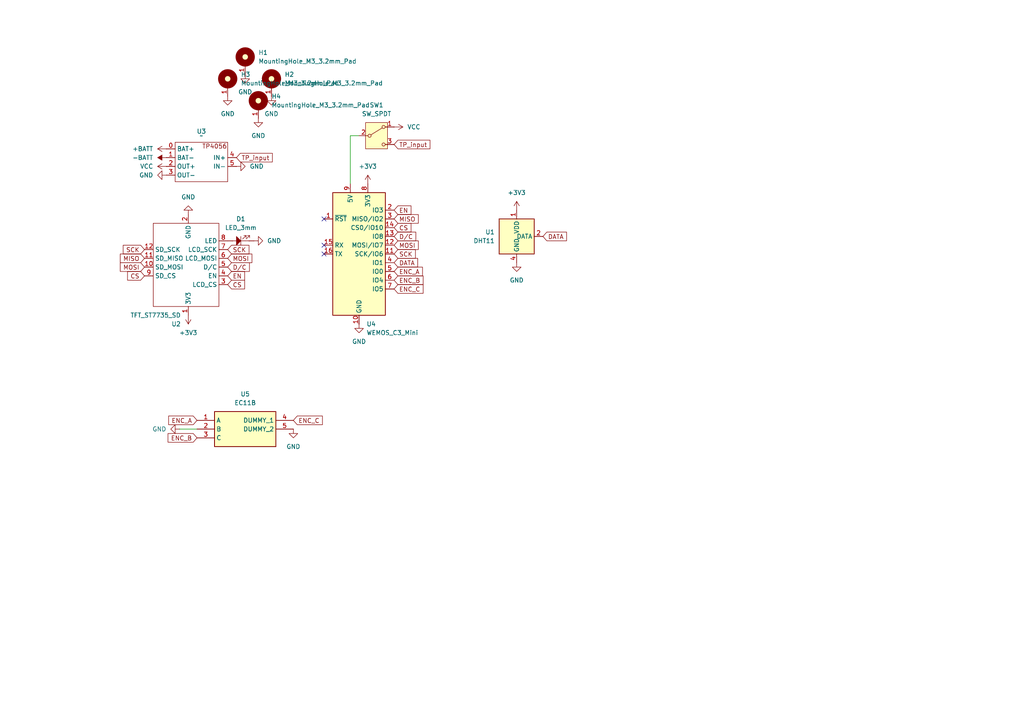
<source format=kicad_sch>
(kicad_sch (version 20241209) (generator "eeschema") (generator_version "8.99")
  (paper "A4")
  (lib_symbols
    (symbol "PCM_SL_Devices:LED_3mm"
      (property "Reference" "D" (at -0.508 5.334 0))
      (property "Value" "LED_3mm" (at -0.508 2.794 0))
      (symbol "LED_3mm_0_1"
        (polyline (pts (xy -1.27 0) (xy -2.54 0)))
        (polyline (pts (xy 0 1.27) (xy 0 -1.27)))
        (polyline (pts (xy 0 0) (xy -1.27 -1.27) (xy -1.27 1.27) (xy 0 0) (xy 1.27 0)) (fill (type outline)))
        (polyline (pts (xy 0.508 0.508) (xy 1.524 1.524)))
        (polyline (pts (xy 1.27 0) (xy 2.54 0)))
        (polyline (pts (xy 1.524 1.524) (xy 0.889 1.524)))
        (polyline (pts (xy 1.524 1.524) (xy 1.524 0.889)))
        (polyline (pts (xy 1.524 0.508) (xy 2.54 1.524)))
        (polyline (pts (xy 2.54 1.524) (xy 1.905 1.524)))
        (polyline (pts (xy 2.54 1.524) (xy 2.54 0.889)))
      )
      (symbol "LED_3mm_1_1"
        (pin passive line (at -3.81 0 0) (length 1.5) (name "") (number "2"))
        (pin passive line (at 3.81 0 180) (length 1.5) (name "~") (number "1"))
      )
    )
    (symbol "PCM_SL_Mechanical:MountingHole_M3_3.2mm_Pad"
      (property "Reference" "H" (at 0 7.62 0))
      (property "Value" "MountingHole_M3_3.2mm_Pad" (at 0 5.08 0))
      (symbol "MountingHole_M3_3.2mm_Pad_0_1"
        (circle (center 0 0) (radius 1.27) (fill (type background)))
        (circle (center 0 0) (radius 1.7961) (stroke (width 2)))
      )
      (symbol "MountingHole_M3_3.2mm_Pad_1_1"
        (pin passive line (at 0 -5.08 90) (length 2.54) (name "") (number "1"))
      )
    )
    (symbol "Sensor:DHT11"
      (property "Reference" "U" (at -3.81 6.35 0))
      (property "Value" "DHT11" (at 3.81 6.35 0))
      (symbol "DHT11_0_1"
        (rectangle (start -5.08 5.08) (end 5.08 -5.08) (stroke (width 0.254)) (fill (type background)))
      )
      (symbol "DHT11_1_1"
        (pin no_connect line (at -5.08 0 0) (length 2.54) (hide yes) (name "NC") (number "3"))
        (pin power_in line (at 0 7.62 270) (length 2.54) (name "VDD") (number "1"))
        (pin power_in line (at 0 -7.62 90) (length 2.54) (name "GND") (number "4"))
        (pin bidirectional line (at 7.62 0 180) (length 2.54) (name "DATA") (number "2"))
      )
    )
    (symbol "Switch:SW_SPDT" (pin_names (offset 0) (hide yes))
      (property "Reference" "SW" (at 0 5.08 0))
      (property "Value" "SW_SPDT" (at 0 -5.08 0))
      (symbol "SW_SPDT_0_1"
        (circle (center -2.032 0) (radius 0.4572))
        (polyline (pts (xy -1.651 0.254) (xy 1.651 2.286)))
        (circle (center 2.032 2.54) (radius 0.4572))
        (circle (center 2.032 -2.54) (radius 0.4572))
      )
      (symbol "SW_SPDT_1_1"
        (rectangle (start -3.175 3.81) (end 3.175 -3.81) (fill (type background)))
        (pin passive line (at -5.08 0 0) (length 2.54) (name "B") (number "2"))
        (pin passive line (at 5.08 2.54 180) (length 2.54) (name "A") (number "1"))
        (pin passive line (at 5.08 -2.54 180) (length 2.54) (name "C") (number "3"))
      )
    )
    (symbol "asylum:TFT_ST7735_SD"
      (property "Reference" "U" (at 6.858 -15.748 0))
      (property "Value" "TFT_ST7735_SD" (at 13.462 -18.288 0))
      (symbol "TFT_ST7735_SD_0_1"
        (rectangle (start -5.08 10.16) (end 13.97 -13.97))
      )
      (symbol "TFT_ST7735_SD_1_1"
        (pin input line (at -7.62 3.81 0) (length 2.54) (name "LCD_CS") (number "3"))
        (pin input line (at -7.62 1.27 0) (length 2.54) (name "EN") (number "4"))
        (pin input line (at -7.62 -1.27 0) (length 2.54) (name "D/C") (number "5"))
        (pin input line (at -7.62 -3.81 0) (length 2.54) (name "LCD_MOSI") (number "6"))
        (pin input line (at -7.62 -6.35 0) (length 2.54) (name "LCD_SCK") (number "7"))
        (pin power_in line (at -7.62 -8.89 0) (length 2.54) (name "LED") (number "8"))
        (pin power_in line (at 3.81 12.7 270) (length 2.54) (name "3V3") (number "1"))
        (pin power_in line (at 3.81 -16.51 90) (length 2.54) (name "GND") (number "2"))
        (pin input line (at 16.51 1.27 180) (length 2.54) (name "SD_CS") (number "9"))
        (pin input line (at 16.51 -1.27 180) (length 2.54) (name "SD_MOSI") (number "10"))
        (pin output line (at 16.51 -3.81 180) (length 2.54) (name "SD_MISO") (number "11"))
        (pin input line (at 16.51 -6.35 180) (length 2.54) (name "SD_SCK") (number "12"))
      )
    )
    (symbol "asylum:TP4056"
      (property "Reference" "U" (at 0 0 0))
      (symbol "TP4056_0_1"
        (rectangle (start -7.62 5.715) (end 7.62 -5.715))
      )
      (symbol "TP4056_1_1"
        (text "TP4056\n" (at 3.81 4.572 0) (effects (font (size 1.27 1.27))))
        (pin power_out line (at -10.16 3.81 0) (length 2.54) (name "BAT+") (number "0"))
        (pin power_out line (at -10.16 1.27 0) (length 2.54) (name "BAT-") (number "1"))
        (pin power_out line (at -10.16 -1.27 0) (length 2.54) (name "OUT+") (number "2"))
        (pin power_out line (at -10.16 -3.81 0) (length 2.54) (name "OUT-") (number "3"))
        (pin power_out line (at 10.16 1.27 180) (length 2.54) (name "IN+") (number "4"))
        (pin power_out line (at 10.16 -1.27 180) (length 2.54) (name "IN-") (number "5"))
      )
    )
    (symbol "asylum:WEMOS_C3_mini"
      (property "Reference" "U1" (at 2.1941 -20.32 0))
      (property "Value" "WEMOS_C3_Mini" (at 2.1941 -22.86 0))
      (symbol "WEMOS_C3_mini_1_1"
        (rectangle (start -7.62 17.78) (end 7.62 -17.78) (stroke (width 0.254)) (fill (type background)))
        (pin input line (at -10.16 10.16 0) (length 2.54) (name "~{RST}") (number "1"))
        (pin input line (at -10.16 2.54 0) (length 2.54) (name "RX") (number "15"))
        (pin output line (at -10.16 0 0) (length 2.54) (name "TX") (number "16"))
        (pin power_in line (at -2.54 20.32 270) (length 2.54) (name "5V") (number "9"))
        (pin power_in line (at 0 -20.32 90) (length 2.54) (name "GND") (number "10"))
        (pin power_out line (at 2.54 20.32 270) (length 2.54) (name "3V3") (number "8"))
        (pin input line (at 10.16 12.7 180) (length 2.54) (name "IO3") (number "2"))
        (pin bidirectional line (at 10.16 10.16 180) (length 2.54) (name "MISO/IO2") (number "3"))
        (pin bidirectional line (at 10.16 7.62 180) (length 2.54) (name "CS0/IO10") (number "14"))
        (pin bidirectional line (at 10.16 5.08 180) (length 2.54) (name "IO8") (number "13"))
        (pin bidirectional line (at 10.16 2.54 180) (length 2.54) (name "MOSI/IO7") (number "12"))
        (pin bidirectional line (at 10.16 0 180) (length 2.54) (name "SCK/IO6") (number "11"))
        (pin bidirectional line (at 10.16 -2.54 180) (length 2.54) (name "IO1") (number "4"))
        (pin bidirectional line (at 10.16 -5.08 180) (length 2.54) (name "IO0") (number "5"))
        (pin bidirectional line (at 10.16 -7.62 180) (length 2.54) (name "IO4") (number "6"))
        (pin bidirectional line (at 10.16 -10.16 180) (length 2.54) (name "IO5") (number "7"))
      )
    )
    (symbol "power:+3V3" (power) (pin_numbers (hide yes)) (pin_names (offset 0) (hide yes))
      (property "Value" "+3V3" (at 0 3.556 0))
      (symbol "+3V3_0_1"
        (polyline (pts (xy -0.762 1.27) (xy 0 2.54)))
        (polyline (pts (xy 0 2.54) (xy 0.762 1.27)))
        (polyline (pts (xy 0 0) (xy 0 2.54)))
      )
      (symbol "+3V3_1_1"
        (pin power_in line (at 0 0 90) (length 0) (name "~") (number "1"))
      )
    )
    (symbol "power:+BATT" (power) (pin_numbers (hide yes)) (pin_names (offset 0) (hide yes))
      (property "Value" "+BATT" (at 0 3.556 0))
      (symbol "+BATT_0_1"
        (polyline (pts (xy -0.762 1.27) (xy 0 2.54)))
        (polyline (pts (xy 0 2.54) (xy 0.762 1.27)))
        (polyline (pts (xy 0 0) (xy 0 2.54)))
      )
      (symbol "+BATT_1_1"
        (pin power_in line (at 0 0 90) (length 0) (name "~") (number "1"))
      )
    )
    (symbol "power:-BATT" (power) (pin_numbers (hide yes)) (pin_names (offset 0) (hide yes))
      (property "Value" "-BATT" (at 0 3.556 0))
      (symbol "-BATT_0_1"
        (polyline (pts (xy 0 0) (xy 0 2.54)))
        (polyline (pts (xy 0.762 1.27) (xy -0.762 1.27) (xy 0 2.54) (xy 0.762 1.27)) (fill (type outline)))
      )
      (symbol "-BATT_1_1"
        (pin power_in line (at 0 0 90) (length 0) (name "~") (number "1"))
      )
    )
    (symbol "power:GND" (power) (pin_numbers (hide yes)) (pin_names (offset 0) (hide yes))
      (property "Value" "GND" (at 0 -3.81 0))
      (symbol "GND_0_1"
        (polyline (pts (xy 0 0) (xy 0 -1.27) (xy 1.27 -1.27) (xy 0 -2.54) (xy -1.27 -1.27) (xy 0 -1.27)))
      )
      (symbol "GND_1_1"
        (pin power_in line (at 0 0 270) (length 0) (name "~") (number "1"))
      )
    )
    (symbol "power:VCC" (power) (pin_numbers (hide yes)) (pin_names (offset 0) (hide yes))
      (property "Value" "VCC" (at 0 3.556 0))
      (symbol "VCC_0_1"
        (polyline (pts (xy -0.762 1.27) (xy 0 2.54)))
        (polyline (pts (xy 0 2.54) (xy 0.762 1.27)))
        (polyline (pts (xy 0 0) (xy 0 2.54)))
      )
      (symbol "VCC_1_1"
        (pin power_in line (at 0 0 90) (length 0) (name "~") (number "1"))
      )
    )
    (symbol "rotary:EC11E15244C0"
      (property "Reference" "U" (at 24.13 7.62 0))
      (property "Value" "EC11E15244C0" (at 24.13 5.08 0))
      (symbol "EC11E15244C0_1_1"
        (rectangle (start 5.08 2.54) (end 22.86 -7.62) (stroke (width 0.254)) (fill (type background)))
        (pin passive line (at 0 0 0) (length 5.08) (name "A") (number "1"))
        (pin passive line (at 0 -2.54 0) (length 5.08) (name "B") (number "2"))
        (pin passive line (at 0 -5.08 0) (length 5.08) (name "C") (number "3"))
        (pin passive line (at 27.94 0 180) (length 5.08) (name "DUMMY_1") (number "4"))
        (pin passive line (at 27.94 -2.54 180) (length 5.08) (name "DUMMY_2") (number "5"))
      )
    )
  )
  (no_connect (at 93.98 73.66))
  (no_connect (at 93.98 71.12))
  (no_connect (at 93.98 63.5))
  (wire (pts (xy 101.6 53.34) (xy 101.6 39.37)))
  (wire (pts (xy 52.07 124.46) (xy 57.15 124.46)))
  (wire (pts (xy 101.6 39.37) (xy 104.14 39.37)))
  (global_label "CS" (shape input) (at 66.04 82.55 0) (property "Intersheetrefs" "${INTERSHEET_REFS}" (effects (hide yes))))
  (global_label "MISO" (shape input) (at 114.3 63.5 0) (property "Intersheetrefs" "${INTERSHEET_REFS}" (effects (hide yes))))
  (global_label "DATA" (shape input) (at 114.3 76.2 0) (property "Intersheetrefs" "${INTERSHEET_REFS}" (effects (hide yes))))
  (global_label "MISO" (shape input) (at 41.91 74.93 180) (property "Intersheetrefs" "${INTERSHEET_REFS}" (effects (hide yes))))
  (global_label "ENC_A" (shape input) (at 57.15 121.92 180) (property "Intersheetrefs" "${INTERSHEET_REFS}" (effects (hide yes))))
  (global_label "ENC_B" (shape input) (at 114.3 81.28 0) (property "Intersheetrefs" "${INTERSHEET_REFS}" (effects (hide yes))))
  (global_label "CS" (shape input) (at 114.3 66.04 0) (property "Intersheetrefs" "${INTERSHEET_REFS}" (effects (hide yes))))
  (global_label "EN" (shape input) (at 66.04 80.01 0) (property "Intersheetrefs" "${INTERSHEET_REFS}" (effects (hide yes))))
  (global_label "TP_input" (shape input) (at 114.3 41.91 0) (property "Intersheetrefs" "${INTERSHEET_REFS}" (effects (hide yes))))
  (global_label "DATA" (shape input) (at 157.48 68.58 0) (property "Intersheetrefs" "${INTERSHEET_REFS}" (effects (hide yes))))
  (global_label "ENC_B" (shape input) (at 57.15 127 180) (property "Intersheetrefs" "${INTERSHEET_REFS}" (effects (hide yes))))
  (global_label "MOSI" (shape input) (at 66.04 74.93 0) (property "Intersheetrefs" "${INTERSHEET_REFS}" (effects (hide yes))))
  (global_label "SCK" (shape input) (at 114.3 73.66 0) (property "Intersheetrefs" "${INTERSHEET_REFS}" (effects (hide yes))))
  (global_label "ENC_C" (shape input) (at 85.09 121.92 0) (property "Intersheetrefs" "${INTERSHEET_REFS}" (effects (hide yes))))
  (global_label "SCK" (shape input) (at 41.91 72.39 180) (property "Intersheetrefs" "${INTERSHEET_REFS}" (effects (hide yes))))
  (global_label "MOSI" (shape input) (at 114.3 71.12 0) (property "Intersheetrefs" "${INTERSHEET_REFS}" (effects (hide yes))))
  (global_label "ENC_C" (shape input) (at 114.3 83.82 0) (property "Intersheetrefs" "${INTERSHEET_REFS}" (effects (hide yes))))
  (global_label "SCK" (shape input) (at 66.04 72.39 0) (property "Intersheetrefs" "${INTERSHEET_REFS}" (effects (hide yes))))
  (global_label "D{slash}C" (shape input) (at 66.04 77.47 0) (property "Intersheetrefs" "${INTERSHEET_REFS}" (effects (hide yes))))
  (global_label "MOSI" (shape input) (at 41.91 77.47 180) (property "Intersheetrefs" "${INTERSHEET_REFS}" (effects (hide yes))))
  (global_label "TP_input" (shape input) (at 68.58 45.72 0) (property "Intersheetrefs" "${INTERSHEET_REFS}" (effects (hide yes))))
  (global_label "EN" (shape input) (at 114.3 60.96 0) (property "Intersheetrefs" "${INTERSHEET_REFS}" (effects (hide yes))))
  (global_label "CS" (shape input) (at 41.91 80.01 180) (property "Intersheetrefs" "${INTERSHEET_REFS}" (effects (hide yes))))
  (global_label "D{slash}C" (shape input) (at 114.3 68.58 0) (property "Intersheetrefs" "${INTERSHEET_REFS}" (effects (hide yes))))
  (global_label "ENC_A" (shape input) (at 114.3 78.74 0) (property "Intersheetrefs" "${INTERSHEET_REFS}" (effects (hide yes))))
  (symbol (lib_id "PCM_SL_Mechanical:MountingHole_M3_3.2mm_Pad") (at 78.74 22.86 0) (unit 1)
    (property "Reference" "H2" (at 82.55 21.5899 0) (effects (justify left)))
    (property "Value" "MountingHole_M3_3.2mm_Pad" (at 82.55 24.1299 0) (effects (justify left)))
    (property "Footprint" "PCM_SL_Mechanical:MountingHole_3.2mm_Pad" (effects (hide yes)))
    (property "Description" "3.2mm Diameter Mounting Hole Pad (M3)" (effects (hide yes)))
  )
  (symbol (lib_id "power:GND") (at 48.26 50.8 270) (unit 1)
    (property "Reference" "#PWR09" (effects (hide yes)))
    (property "Value" "GND" (at 44.45 50.7999 90) (effects (justify right)))
    (property "Description" "Power symbol creates a global label with name \"GND\" , ground" (effects (hide yes)))
  )
  (symbol (lib_id "rotary:EC11E15244C0") (at 57.15 121.92 0) (unit 1)
    (property "Reference" "U5" (at 71.12 114.3 0))
    (property "Value" "EC11B" (at 71.12 116.84 0))
    (property "Footprint" "ec11:RotaryEncoder_EC11B-Horizontal-Dual" (effects (hide yes)))
    (property "Datasheet" "https://componentsearchengine.com/Datasheets/2/EC11E15244C0.pdf" (effects (hide yes)))
    (property "Description" "Encoder, LP, 11mm, 15 pulse, switched Alps 15 Pulse Incremental Mechanical Rotary Encoder with a 6 mm Flat Shaft, Through Hole" (effects (hide yes)))
    (property "Manufacturer_Name" "ALPS Electric" (effects (hide yes)))
    (property "Manufacturer_Part_Number" "EC11E15244C0" (effects (hide yes)))
  )
  (symbol (lib_id "power:+3V3") (at 149.86 60.96 0) (unit 1)
    (property "Reference" "#PWR017" (effects (hide yes)))
    (property "Value" "+3V3" (at 149.86 55.88 0))
    (property "Description" "Power symbol creates a global label with name \"+3V3\"" (effects (hide yes)))
  )
  (symbol (lib_id "PCM_SL_Devices:LED_3mm") (at 69.85 69.85 0) (unit 1)
    (property "Reference" "D1" (at 69.85 63.5 0))
    (property "Value" "LED_3mm" (at 69.85 66.04 0))
    (property "Footprint" "LED_THT:LED_D3.0mm" (effects (hide yes)))
    (property "Description" "3mm diameter small LED" (effects (hide yes)))
  )
  (symbol (lib_id "PCM_SL_Mechanical:MountingHole_M3_3.2mm_Pad") (at 74.93 29.21 0) (unit 1)
    (property "Reference" "H4" (at 78.74 27.9399 0) (effects (justify left)))
    (property "Value" "MountingHole_M3_3.2mm_Pad" (at 78.74 30.4799 0) (effects (justify left)))
    (property "Footprint" "PCM_SL_Mechanical:MountingHole_3.2mm_Pad" (effects (hide yes)))
    (property "Description" "3.2mm Diameter Mounting Hole Pad (M3)" (effects (hide yes)))
  )
  (symbol (lib_id "power:GND") (at 73.66 69.85 90) (unit 1)
    (property "Reference" "#PWR02" (effects (hide yes)))
    (property "Value" "GND" (at 77.47 69.8499 90) (effects (justify right)))
    (property "Description" "Power symbol creates a global label with name \"GND\" , ground" (effects (hide yes)))
  )
  (symbol (lib_id "power:VCC") (at 114.3 36.83 270) (unit 1)
    (property "Reference" "#PWR011" (effects (hide yes)))
    (property "Value" "VCC" (at 118.11 36.8299 90) (effects (justify left)))
    (property "Description" "Power symbol creates a global label with name \"VCC\"" (effects (hide yes)))
  )
  (symbol (lib_id "power:GND") (at 66.04 27.94 0) (unit 1)
    (property "Reference" "#PWR013" (effects (hide yes)))
    (property "Value" "GND" (at 66.04 33.02 0))
    (property "Description" "Power symbol creates a global label with name \"GND\" , ground" (effects (hide yes)))
  )
  (symbol (lib_id "power:GND") (at 54.61 62.23 180) (unit 1)
    (property "Reference" "#PWR03" (effects (hide yes)))
    (property "Value" "GND" (at 54.61 57.15 0))
    (property "Description" "Power symbol creates a global label with name \"GND\" , ground" (effects (hide yes)))
  )
  (symbol (lib_id "power:GND") (at 149.86 76.2 0) (unit 1)
    (property "Reference" "#PWR016" (effects (hide yes)))
    (property "Value" "GND" (at 149.86 81.28 0))
    (property "Description" "Power symbol creates a global label with name \"GND\" , ground" (effects (hide yes)))
  )
  (symbol (lib_id "power:GND") (at 104.14 93.98 0) (unit 1)
    (property "Reference" "#PWR01" (effects (hide yes)))
    (property "Value" "GND" (at 104.14 99.06 0))
    (property "Description" "Power symbol creates a global label with name \"GND\" , ground" (effects (hide yes)))
  )
  (symbol (lib_id "power:GND") (at 68.58 48.26 90) (unit 1)
    (property "Reference" "#PWR010" (effects (hide yes)))
    (property "Value" "GND" (at 72.39 48.2599 90) (effects (justify right)))
    (property "Description" "Power symbol creates a global label with name \"GND\" , ground" (effects (hide yes)))
  )
  (symbol (lib_id "power:GND") (at 71.12 21.59 0) (unit 1)
    (property "Reference" "#PWR012" (effects (hide yes)))
    (property "Value" "GND" (at 71.12 26.67 0))
    (property "Description" "Power symbol creates a global label with name \"GND\" , ground" (effects (hide yes)))
  )
  (symbol (lib_id "asylum:WEMOS_C3_mini") (at 104.14 73.66 0) (unit 1)
    (property "Reference" "U4" (at 106.2833 93.98 0) (effects (justify left)))
    (property "Value" "WEMOS_C3_Mini" (at 106.2833 96.52 0) (effects (justify left)))
    (property "Footprint" "Asylum:WEMOS_C3_mini" (effects (hide yes)))
    (property "Datasheet" "https://wiki.wemos.cc/products:d1:d1_mini#documentation" (effects (hide yes)))
    (property "Description" "32-bit microcontroller module with WiFi" (effects (hide yes)))
  )
  (symbol (lib_id "PCM_SL_Mechanical:MountingHole_M3_3.2mm_Pad") (at 66.04 22.86 0) (unit 1)
    (property "Reference" "H3" (at 69.85 21.5899 0) (effects (justify left)))
    (property "Value" "MountingHole_M3_3.2mm_Pad" (at 69.85 24.1299 0) (effects (justify left)))
    (property "Footprint" "PCM_SL_Mechanical:MountingHole_3.2mm_Pad" (effects (hide yes)))
    (property "Description" "3.2mm Diameter Mounting Hole Pad (M3)" (effects (hide yes)))
  )
  (symbol (lib_id "asylum:TP4056") (at 58.42 46.99 0) (unit 1)
    (property "Reference" "U3" (at 58.42 38.1 0))
    (property "Value" "~" (at 58.42 39.37 0))
    (property "Footprint" "Asylum:TP4056" (effects (hide yes)))
  )
  (symbol (lib_id "power:+BATT") (at 48.26 43.18 90) (unit 1)
    (property "Reference" "#PWR06" (effects (hide yes)))
    (property "Value" "+BATT" (at 44.45 43.1799 90) (effects (justify left)))
    (property "Description" "Power symbol creates a global label with name \"+BATT\"" (effects (hide yes)))
  )
  (symbol (lib_id "PCM_SL_Mechanical:MountingHole_M3_3.2mm_Pad") (at 71.12 16.51 0) (unit 1)
    (property "Reference" "H1" (at 74.93 15.2399 0) (effects (justify left)))
    (property "Value" "MountingHole_M3_3.2mm_Pad" (at 74.93 17.7799 0) (effects (justify left)))
    (property "Footprint" "PCM_SL_Mechanical:MountingHole_3.2mm_Pad" (effects (hide yes)))
    (property "Description" "3.2mm Diameter Mounting Hole Pad (M3)" (effects (hide yes)))
  )
  (symbol (lib_id "power:+3V3") (at 54.61 91.44 180) (unit 1)
    (property "Reference" "#PWR04" (effects (hide yes)))
    (property "Value" "+3V3" (at 54.61 96.52 0))
    (property "Description" "Power symbol creates a global label with name \"+3V3\"" (effects (hide yes)))
  )
  (symbol (lib_id "power:GND") (at 52.07 124.46 270) (unit 1)
    (property "Reference" "#PWR019" (effects (hide yes)))
    (property "Value" "GND" (at 48.26 124.4599 90) (effects (justify right)))
    (property "Description" "Power symbol creates a global label with name \"GND\" , ground" (effects (hide yes)))
  )
  (symbol (lib_id "Sensor:DHT11") (at 149.86 68.58 0) (unit 1)
    (property "Reference" "U1" (at 143.51 67.3099 0) (effects (justify right)))
    (property "Value" "DHT11" (at 143.51 69.8499 0) (effects (justify right)))
    (property "Footprint" "Sensor:Aosong_DHT11_5.5x12.0_P2.54mm" (effects (hide yes)))
    (property "Datasheet" "http://akizukidenshi.com/download/ds/aosong/DHT11.pdf" (effects (hide yes)))
    (property "Description" "3.3V to 5.5V, temperature and humidity module, DHT11" (effects (hide yes)))
  )
  (symbol (lib_id "power:+3V3") (at 106.68 53.34 0) (unit 1)
    (property "Reference" "#PWR05" (effects (hide yes)))
    (property "Value" "+3V3" (at 106.68 48.26 0))
    (property "Description" "Power symbol creates a global label with name \"+3V3\"" (effects (hide yes)))
  )
  (symbol (lib_id "power:-BATT") (at 48.26 45.72 90) (unit 1)
    (property "Reference" "#PWR08" (effects (hide yes)))
    (property "Value" "-BATT" (at 44.45 45.7199 90) (effects (justify left)))
    (property "Description" "Power symbol creates a global label with name \"-BATT\"" (effects (hide yes)))
  )
  (symbol (lib_id "asylum:TFT_ST7735_SD") (at 58.42 78.74 180) (unit 1)
    (property "Reference" "U2" (at 52.4667 93.98 0) (effects (justify left)))
    (property "Value" "TFT_ST7735_SD" (at 52.4667 91.44 0) (effects (justify left)))
    (property "Footprint" "Asylum:TFT_ST7735_SD" (effects (hide yes)))
  )
  (symbol (lib_id "power:GND") (at 74.93 34.29 0) (unit 1)
    (property "Reference" "#PWR014" (effects (hide yes)))
    (property "Value" "GND" (at 74.93 39.37 0))
    (property "Description" "Power symbol creates a global label with name \"GND\" , ground" (effects (hide yes)))
  )
  (symbol (lib_id "power:VCC") (at 48.26 48.26 90) (unit 1)
    (property "Reference" "#PWR07" (effects (hide yes)))
    (property "Value" "VCC" (at 44.45 48.2599 90) (effects (justify left)))
    (property "Description" "Power symbol creates a global label with name \"VCC\"" (effects (hide yes)))
  )
  (symbol (lib_id "Switch:SW_SPDT") (at 109.22 39.37 0) (unit 1)
    (property "Reference" "SW1" (at 109.22 30.48 0))
    (property "Value" "SW_SPDT" (at 109.22 33.02 0))
    (property "Footprint" "Button_Switch_THT:SW_Slide_SPDT_Straight_CK_OS102011MS2Q" (effects (hide yes)))
    (property "Description" "Switch, single pole double throw" (effects (hide yes)))
  )
  (symbol (lib_id "power:GND") (at 85.09 124.46 0) (unit 1)
    (property "Reference" "#PWR018" (effects (hide yes)))
    (property "Value" "GND" (at 85.09 129.54 0))
    (property "Description" "Power symbol creates a global label with name \"GND\" , ground" (effects (hide yes)))
  )
  (symbol (lib_id "power:GND") (at 78.74 27.94 0) (unit 1)
    (property "Reference" "#PWR015" (effects (hide yes)))
    (property "Value" "GND" (at 78.74 33.02 0))
    (property "Description" "Power symbol creates a global label with name \"GND\" , ground" (effects (hide yes)))
  )
)
</source>
